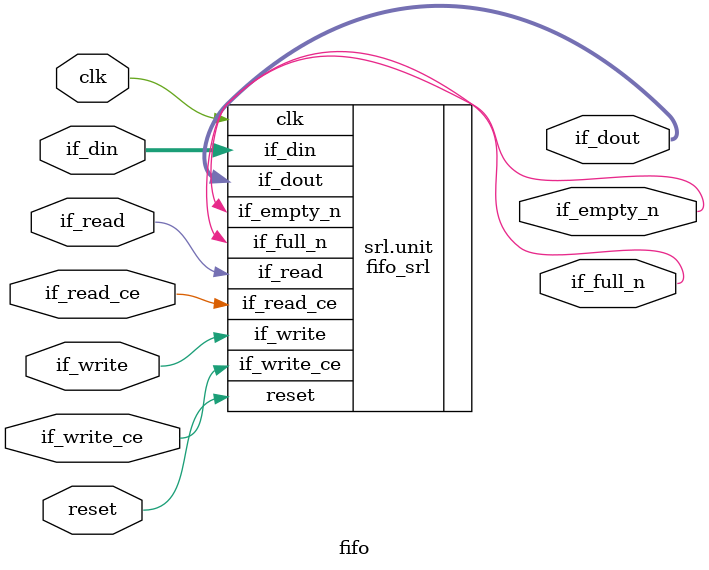
<source format=v>
`default_nettype none

module fifo #(
  parameter DATA_WIDTH = 32,
  parameter ADDR_WIDTH = 5,
  parameter DEPTH      = 32,
  parameter THRESHOLD  = 18432
) (
  input wire clk,
  input wire reset,

  // write
  output wire                  if_full_n,
  input  wire                  if_write_ce,
  input  wire                  if_write,
  input  wire [DATA_WIDTH-1:0] if_din,

  // read
  output wire                  if_empty_n,
  input  wire                  if_read_ce,
  input  wire                  if_read,
  output wire [DATA_WIDTH-1:0] if_dout
);

generate
  if (DATA_WIDTH * DEPTH > THRESHOLD) begin : bram
    fifo_bram #(
      .DATA_WIDTH(DATA_WIDTH),
      .ADDR_WIDTH(ADDR_WIDTH),
      .DEPTH     (DEPTH)
    ) unit (
      .clk  (clk),
      .reset(reset),

      .if_full_n  (if_full_n),
      .if_write_ce(if_write_ce),
      .if_write   (if_write),
      .if_din     (if_din),

      .if_empty_n(if_empty_n),
      .if_read_ce(if_read_ce),
      .if_read   (if_read),
      .if_dout   (if_dout)
    );
  end else begin : srl
    fifo_srl #(
      .DATA_WIDTH(DATA_WIDTH),
      .ADDR_WIDTH(ADDR_WIDTH),
      .DEPTH     (DEPTH)
    ) unit (
      .clk  (clk),
      .reset(reset),

      .if_full_n  (if_full_n),
      .if_write_ce(if_write_ce),
      .if_write   (if_write),
      .if_din     (if_din),

      .if_empty_n(if_empty_n),
      .if_read_ce(if_read_ce),
      .if_read   (if_read),
      .if_dout   (if_dout)
    );
  end
endgenerate

endmodule  // fifo

`default_nettype wire

</source>
